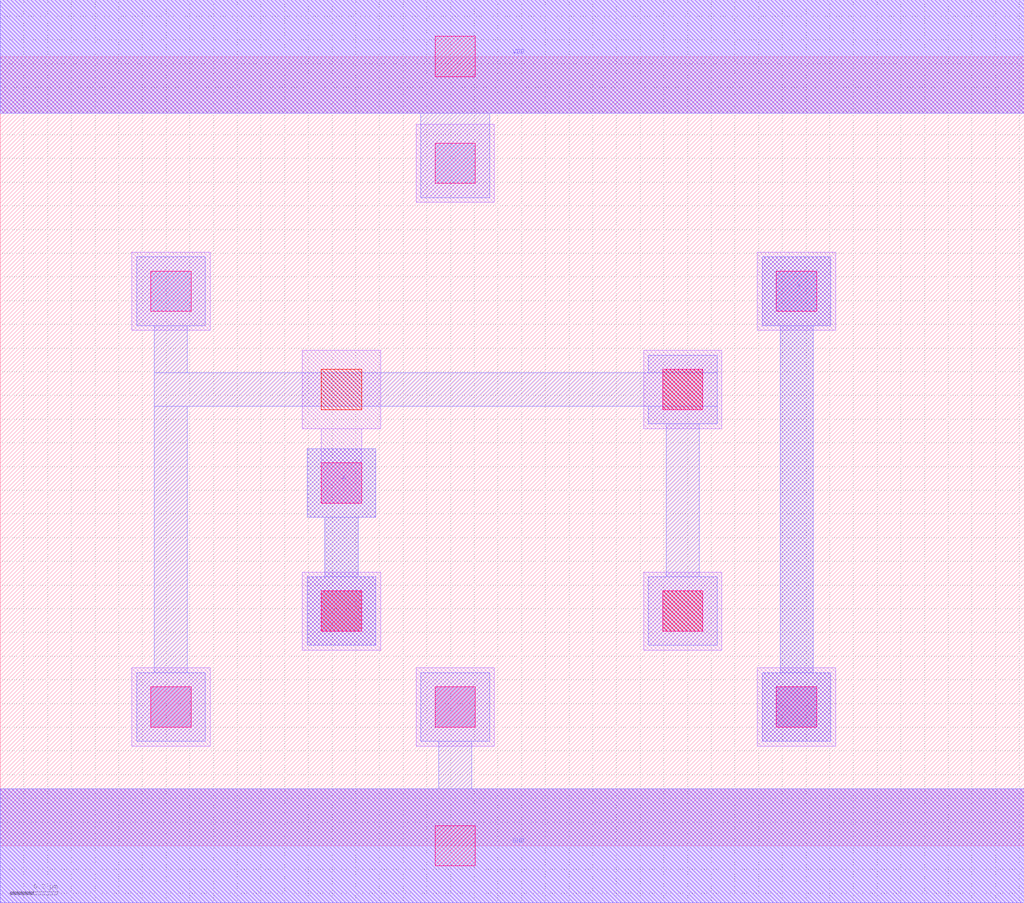
<source format=lef>
MACRO BUFX2
 CLASS CORE ;
 FOREIGN BUFX2 0 0 ;
 SIZE 4.32 BY 3.33 ;
 ORIGIN 0 0 ;
 SYMMETRY X Y R90 ;
 SITE unit ;
  PIN VDD
   DIRECTION INOUT ;
   USE POWER ;
   SHAPE ABUTMENT ;
    PORT
     CLASS CORE ;
       LAYER li1 ;
        RECT 0.00000000 3.09000000 4.32000000 3.57000000 ;
       LAYER met1 ;
        RECT 0.00000000 3.09000000 4.32000000 3.57000000 ;
    END
  END VDD

  PIN GND
   DIRECTION INOUT ;
   USE POWER ;
   SHAPE ABUTMENT ;
    PORT
     CLASS CORE ;
       LAYER li1 ;
        RECT 0.00000000 -0.24000000 4.32000000 0.24000000 ;
       LAYER met1 ;
        RECT 0.00000000 -0.24000000 4.32000000 0.24000000 ;
    END
  END GND

  PIN Y
   DIRECTION INOUT ;
   USE SIGNAL ;
   SHAPE ABUTMENT ;
    PORT
     CLASS CORE ;
       LAYER met1 ;
        RECT 3.21500000 0.44000000 3.50500000 0.73000000 ;
        RECT 3.29000000 0.73000000 3.43000000 2.19500000 ;
        RECT 3.21500000 2.19500000 3.50500000 2.48500000 ;
    END
  END Y

  PIN A
   DIRECTION INOUT ;
   USE SIGNAL ;
   SHAPE ABUTMENT ;
    PORT
     CLASS CORE ;
       LAYER met1 ;
        RECT 1.29500000 0.84500000 1.58500000 1.13500000 ;
        RECT 1.37000000 1.13500000 1.51000000 1.38500000 ;
        RECT 1.29500000 1.38500000 1.58500000 1.67500000 ;
    END
  END A

 OBS
    LAYER polycont ;
     RECT 1.35500000 0.90500000 1.52500000 1.07500000 ;
     RECT 2.79500000 0.90500000 2.96500000 1.07500000 ;
     RECT 1.35500000 1.84000000 1.52500000 2.01000000 ;
     RECT 2.79500000 1.84000000 2.96500000 2.01000000 ;

    LAYER pdiffc ;
     RECT 0.63500000 2.25500000 0.80500000 2.42500000 ;
     RECT 3.27500000 2.25500000 3.44500000 2.42500000 ;
     RECT 1.83500000 2.79500000 2.00500000 2.96500000 ;

    LAYER ndiffc ;
     RECT 0.63500000 0.50000000 0.80500000 0.67000000 ;
     RECT 1.83500000 0.50000000 2.00500000 0.67000000 ;
     RECT 3.27500000 0.50000000 3.44500000 0.67000000 ;

    LAYER li1 ;
     RECT 0.00000000 -0.24000000 4.32000000 0.24000000 ;
     RECT 0.55500000 0.42000000 0.88500000 0.75000000 ;
     RECT 1.75500000 0.42000000 2.08500000 0.75000000 ;
     RECT 3.19500000 0.42000000 3.52500000 0.75000000 ;
     RECT 1.27500000 0.82500000 1.60500000 1.15500000 ;
     RECT 2.71500000 0.82500000 3.04500000 1.15500000 ;
     RECT 1.35500000 1.44500000 1.52500000 1.76000000 ;
     RECT 1.27500000 1.76000000 1.60500000 2.09000000 ;
     RECT 2.71500000 1.76000000 3.04500000 2.09000000 ;
     RECT 0.55500000 2.17500000 0.88500000 2.50500000 ;
     RECT 3.19500000 2.17500000 3.52500000 2.50500000 ;
     RECT 1.75500000 2.71500000 2.08500000 3.04500000 ;
     RECT 0.00000000 3.09000000 4.32000000 3.57000000 ;

    LAYER viali ;
     RECT 1.83500000 -0.08500000 2.00500000 0.08500000 ;
     RECT 0.63500000 0.50000000 0.80500000 0.67000000 ;
     RECT 1.83500000 0.50000000 2.00500000 0.67000000 ;
     RECT 3.27500000 0.50000000 3.44500000 0.67000000 ;
     RECT 1.35500000 0.90500000 1.52500000 1.07500000 ;
     RECT 2.79500000 0.90500000 2.96500000 1.07500000 ;
     RECT 1.35500000 1.44500000 1.52500000 1.61500000 ;
     RECT 2.79500000 1.84000000 2.96500000 2.01000000 ;
     RECT 0.63500000 2.25500000 0.80500000 2.42500000 ;
     RECT 3.27500000 2.25500000 3.44500000 2.42500000 ;
     RECT 1.83500000 2.79500000 2.00500000 2.96500000 ;
     RECT 1.83500000 3.24500000 2.00500000 3.41500000 ;

    LAYER met1 ;
     RECT 0.00000000 -0.24000000 4.32000000 0.24000000 ;
     RECT 1.85000000 0.24000000 1.99000000 0.44000000 ;
     RECT 1.77500000 0.44000000 2.06500000 0.73000000 ;
     RECT 1.29500000 0.84500000 1.58500000 1.13500000 ;
     RECT 1.37000000 1.13500000 1.51000000 1.38500000 ;
     RECT 1.29500000 1.38500000 1.58500000 1.67500000 ;
     RECT 0.57500000 0.44000000 0.86500000 0.73000000 ;
     RECT 2.73500000 0.84500000 3.02500000 1.13500000 ;
     RECT 2.81000000 1.13500000 2.95000000 1.78000000 ;
     RECT 0.65000000 0.73000000 0.79000000 1.85500000 ;
     RECT 2.73500000 1.78000000 3.02500000 1.85500000 ;
     RECT 0.65000000 1.85500000 3.02500000 1.99500000 ;
     RECT 2.73500000 1.99500000 3.02500000 2.07000000 ;
     RECT 0.65000000 1.99500000 0.79000000 2.19500000 ;
     RECT 0.57500000 2.19500000 0.86500000 2.48500000 ;
     RECT 3.21500000 0.44000000 3.50500000 0.73000000 ;
     RECT 3.29000000 0.73000000 3.43000000 2.19500000 ;
     RECT 3.21500000 2.19500000 3.50500000 2.48500000 ;
     RECT 1.77500000 2.73500000 2.06500000 3.09000000 ;
     RECT 0.00000000 3.09000000 4.32000000 3.57000000 ;

 END
END BUFX2

</source>
